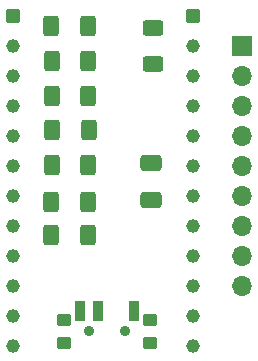
<source format=gbs>
%TF.GenerationSoftware,KiCad,Pcbnew,9.0.5*%
%TF.CreationDate,2025-10-22T18:31:25+01:00*%
%TF.ProjectId,ZX Interface 1 ROM 39SF010,5a582049-6e74-4657-9266-616365203120,rev?*%
%TF.SameCoordinates,Original*%
%TF.FileFunction,Soldermask,Bot*%
%TF.FilePolarity,Negative*%
%FSLAX46Y46*%
G04 Gerber Fmt 4.6, Leading zero omitted, Abs format (unit mm)*
G04 Created by KiCad (PCBNEW 9.0.5) date 2025-10-22 18:31:25*
%MOMM*%
%LPD*%
G01*
G04 APERTURE LIST*
G04 Aperture macros list*
%AMRoundRect*
0 Rectangle with rounded corners*
0 $1 Rounding radius*
0 $2 $3 $4 $5 $6 $7 $8 $9 X,Y pos of 4 corners*
0 Add a 4 corners polygon primitive as box body*
4,1,4,$2,$3,$4,$5,$6,$7,$8,$9,$2,$3,0*
0 Add four circle primitives for the rounded corners*
1,1,$1+$1,$2,$3*
1,1,$1+$1,$4,$5*
1,1,$1+$1,$6,$7*
1,1,$1+$1,$8,$9*
0 Add four rect primitives between the rounded corners*
20,1,$1+$1,$2,$3,$4,$5,0*
20,1,$1+$1,$4,$5,$6,$7,0*
20,1,$1+$1,$6,$7,$8,$9,0*
20,1,$1+$1,$8,$9,$2,$3,0*%
G04 Aperture macros list end*
%ADD10R,1.700000X1.700000*%
%ADD11O,1.700000X1.700000*%
%ADD12C,0.900000*%
%ADD13RoundRect,0.102000X0.350000X0.750000X-0.350000X0.750000X-0.350000X-0.750000X0.350000X-0.750000X0*%
%ADD14RoundRect,0.102000X0.500000X0.400000X-0.500000X0.400000X-0.500000X-0.400000X0.500000X-0.400000X0*%
%ADD15RoundRect,0.250000X0.400000X0.625000X-0.400000X0.625000X-0.400000X-0.625000X0.400000X-0.625000X0*%
%ADD16RoundRect,0.102000X-0.480000X0.480000X-0.480000X-0.480000X0.480000X-0.480000X0.480000X0.480000X0*%
%ADD17C,1.164000*%
%ADD18RoundRect,0.250000X-0.625000X0.400000X-0.625000X-0.400000X0.625000X-0.400000X0.625000X0.400000X0*%
%ADD19RoundRect,0.250000X-0.650000X0.412500X-0.650000X-0.412500X0.650000X-0.412500X0.650000X0.412500X0*%
G04 APERTURE END LIST*
D10*
%TO.C,J1*%
X170161000Y-107413400D03*
D11*
X170161000Y-109953400D03*
X170161000Y-112493400D03*
X170161000Y-115033400D03*
X170161000Y-117573400D03*
X170161000Y-120113400D03*
X170161000Y-122653400D03*
X170161000Y-125193400D03*
X170161000Y-127733400D03*
%TD*%
D12*
%TO.C,SW1*%
X160231000Y-131610100D03*
X157231000Y-131610100D03*
D13*
X160981000Y-129860100D03*
X157981000Y-129860100D03*
X156481000Y-129860100D03*
D14*
X162381000Y-130645100D03*
X162381000Y-132575100D03*
X155081000Y-132575100D03*
X155081000Y-130645100D03*
%TD*%
D15*
%TO.C,R5*%
X157207600Y-114592100D03*
X154107600Y-114592100D03*
%TD*%
%TO.C,R6*%
X157090100Y-123491600D03*
X153990100Y-123491600D03*
%TD*%
%TO.C,R2*%
X157128200Y-105721100D03*
X154028200Y-105721100D03*
%TD*%
D16*
%TO.C,J4*%
X166020200Y-104873400D03*
D17*
X166020200Y-107413400D03*
X166020200Y-109953400D03*
X166020200Y-112493400D03*
X166020200Y-115033400D03*
X166020200Y-117573400D03*
X166020200Y-120113400D03*
X166020200Y-122653400D03*
X166020200Y-125193400D03*
X166020200Y-127733400D03*
X166020200Y-130273400D03*
X166020200Y-132813400D03*
%TD*%
D15*
%TO.C,R3*%
X157166300Y-108689800D03*
X154066300Y-108689800D03*
%TD*%
%TO.C,R7*%
X157166300Y-117548000D03*
X154066300Y-117548000D03*
%TD*%
D18*
%TO.C,R1*%
X162667600Y-105888500D03*
X162667600Y-108988500D03*
%TD*%
D16*
%TO.C,J3*%
X150780200Y-104873400D03*
D17*
X150780200Y-107413400D03*
X150780200Y-109953400D03*
X150780200Y-112493400D03*
X150780200Y-115033400D03*
X150780200Y-117573400D03*
X150780200Y-120113400D03*
X150780200Y-122653400D03*
X150780200Y-125193400D03*
X150780200Y-127733400D03*
X150780200Y-130273400D03*
X150780200Y-132813400D03*
%TD*%
D19*
%TO.C,C1*%
X162493300Y-117338100D03*
X162493300Y-120463100D03*
%TD*%
D15*
%TO.C,R8*%
X157090100Y-120637300D03*
X153990100Y-120637300D03*
%TD*%
%TO.C,R4*%
X157166300Y-111661600D03*
X154066300Y-111661600D03*
%TD*%
M02*

</source>
